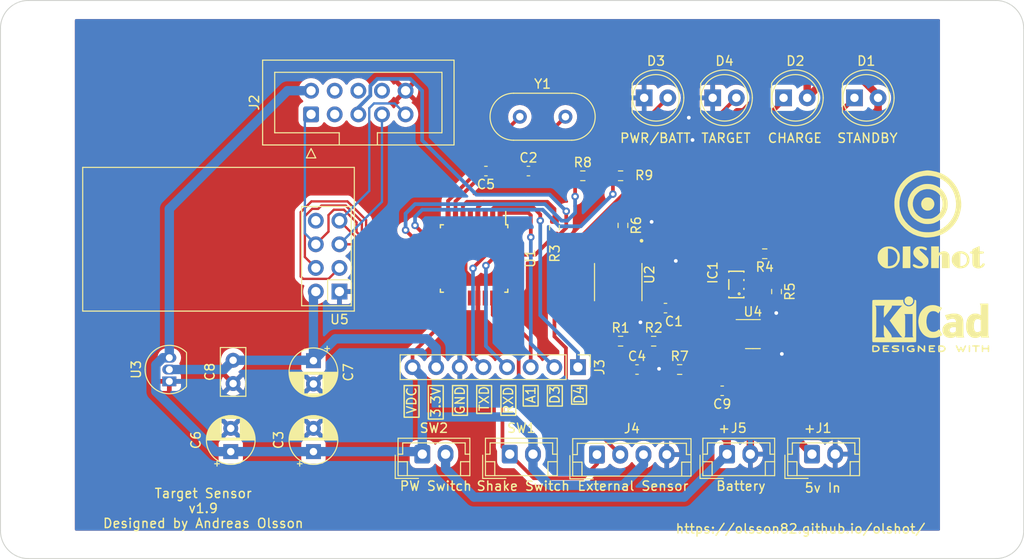
<source format=kicad_pcb>
(kicad_pcb (version 20211014) (generator pcbnew)
  (title_block (title "Target Sensor") (date "2023-02-05") (rev "109") (company "OlsShot"))
  (layers (0 "F.Cu" signal) (31 "B.Cu" signal) (34 "B.Paste" user) (35 "F.Paste" user) (36 "B.SilkS" user "B.Silkscreen") (37 "F.SilkS" user "F.Silkscreen") (38 "B.Mask" user) (39 "F.Mask" user) (44 "Edge.Cuts" user))
  (net 0 "")
  (net 1 "GND")
  (net 2 "+5V")
  (net 3 "/XTAL1")
  (net 4 "+VDC")
  (net 5 "+BATT")
  (net 6 "/XTAL2")
  (net 7 "+3.3V")
  (net 8 "Net-(C9-Pad2)")
  (net 9 "Net-(D1-Pad1)")
  (net 10 "Net-(D2-Pad1)")
  (net 11 "Net-(D3-Pad2)")
  (net 12 "/EXTD5")
  (net 13 "/G1")
  (net 14 "Net-(IC1-Pad2)")
  (net 15 "Net-(IC1-Pad3)")
  (net 18 "/MOSI")
  (net 19 "/RESET")
  (net 21 "/SCK")
  (net 23 "/MISO")
  (net 25 "/D4")
  (net 26 "/D3")
  (net 27 "/A1")
  (net 28 "/RXD")
  (net 29 "/TXD")
  (net 30 "/A0")
  (net 31 "/STBY")
  (net 32 "/CHRG")
  (net 33 "/G2")
  (net 34 "Net-(R6-Pad2)")
  (net 35 "/D6")
  (net 36 "/D5")
  (net 37 "/D7")
  (net 38 "/D8")
  (net 39 "/D9")
  (net 40 "/SS")
  (net 44 "/A2")
  (net 45 "/A3")
  (net 46 "/A4")
  (net 47 "/A5")
  (net 48 "/D2")
  (footprint "Resistor_SMD:R_0603_1608Metric" (layer "F.Cu") (at 138.43 66.294 -90)
    (fp_text reference "R5")
    (fp_text value "1K")
  )
  (footprint "Resistor_SMD:R_0603_1608Metric" (layer "F.Cu") (at 114.554 59.436 90)
    (fp_text reference "R3")
    (fp_text value "100")
  )
  (footprint "Crystal:Crystal_HC18-U_Vertical" (layer "F.Cu") (at 110.834 47.498)
    (fp_text reference "Y1")
    (fp_text value "16MHz")
  )
  (footprint "RF_Module:nRF24L01_Breakout" (layer "F.Cu") (at 91.44 66.294 180)
    (fp_text reference "U5")
    (fp_text value "NRF24L01_Breakout")
  )
  (footprint "Resistor_SMD:R_0603_1608Metric" (layer "F.Cu") (at 137.16 62.23 180)
    (fp_text reference "R4")
    (fp_text value "0 R")
  )
  (footprint "Capacitor_THT:CP_Radial_D5.0mm_P2.50mm" (layer "F.Cu") (at 79.756 83.501112 90)
    (fp_text reference "C6")
    (fp_text value "10 uF")
  )
  (footprint "Package_TO_SOT_THT:TO-92_Inline" (layer "F.Cu") (at 73.152 75.946 90)
    (fp_text reference "U3")
    (fp_text value "MCP1700-3302E" hide)
  )
  (footprint "Resistor_SMD:R_0603_1608Metric" (layer "F.Cu") (at 128.016 74.676)
    (fp_text reference "R7")
    (fp_text value "100")
  )
  (footprint "Capacitor_THT:CP_Radial_D5.0mm_P2.50mm" (layer "F.Cu") (at 88.646 73.724888 -90)
    (fp_text reference "C7")
    (fp_text value "10 uF")
  )
  (footprint "MountingHole:MountingHole_2.5mm" (layer "F.Cu") (at 59 39)
    (fp_text reference "REF**" hide)
    (fp_text value "MountingHole_2.5mm" hide)
  )
  (footprint "Connector_PinHeader_2.54mm:PinHeader_1x08_P2.54mm_Vertical" (layer "F.Cu") (at 117.079 74.422 -90)
    (fp_text reference "J3")
    (fp_text value "Extra")
  )
  (footprint "Connector_JST:JST_EH_B2B-EH-A_1x02_P2.50mm_Vertical" (layer "F.Cu") (at 109.748 83.774)
    (fp_text reference "SW1")
    (fp_text value "Shake Switch" hide)
  )
  (footprint "Loggor:olshot_small" (layer "F.Cu") (at 154.8 59.2)
    (fp_text reference "G***" hide)
    (fp_text value "LOGO" hide)
  )
  (footprint "Resistor_SMD:R_0603_1608Metric" (layer "F.Cu") (at 125.222 71.628)
    (fp_text reference "R2")
    (fp_text value "1K")
  )
  (footprint "Capacitor_THT:CP_Radial_D5.0mm_P2.50mm" (layer "F.Cu") (at 88.646 83.501112 90)
    (fp_text reference "C3")
    (fp_text value "10 uF")
  )
  (footprint "Connector_JST:JST_EH_B2B-EH-A_1x02_P2.50mm_Vertical" (layer "F.Cu") (at 100.35 83.774)
    (fp_text reference "SW2")
    (fp_text value "Power Switch" hide)
  )
  (footprint "MountingHole:MountingHole_2.5mm" (layer "F.Cu") (at 161 39)
    (fp_text reference "REF**" hide)
    (fp_text value "MountingHole_2.5mm" hide)
  )
  (footprint "Resistor_SMD:R_0603_1608Metric" (layer "F.Cu") (at 121.666 71.628)
    (fp_text reference "R1")
    (fp_text value "1K")
  )
  (footprint "TP4056:SOP127P600X175-9N" (layer "F.Cu") (at 121.412 65.278 -90)
    (fp_text reference "U2")
    (fp_text value "TP4056")
  )
  (footprint "Resistor_SMD:R_0603_1608Metric" (layer "F.Cu") (at 121.666 53.848 180)
    (fp_text reference "R9")
    (fp_text value "470")
  )
  (footprint "Package_TO_SOT_SMD:SOT-23-6" (layer "F.Cu") (at 135.89 70.866)
    (fp_text reference "U4")
    (fp_text value "FS8205A")
  )
  (footprint "Connector_JST:JST_EH_B4B-EH-A_1x04_P2.50mm_Vertical" (layer "F.Cu") (at 119.126 83.82)
    (fp_text reference "J4")
    (fp_text value "External Sensor" hide)
  )
  (footprint "Connector_IDC:IDC-Header_2x05_P2.54mm_Vertical" (layer "F.Cu") (at 88.392 47.244 90)
    (fp_text reference "J2")
    (fp_text value "ISPProg")
  )
  (footprint "MountingHole:MountingHole_2.5mm" (layer "F.Cu") (at 161 91)
    (fp_text reference "REF**" hide)
    (fp_text value "MountingHole_2.5mm" hide)
  )
  (footprint "LED_THT:LED_D5.0mm" (layer "F.Cu") (at 124.201 45.466)
    (fp_text reference "D3")
    (fp_text value "PWR/BATT" hide)
  )
  (footprint "Resistor_SMD:R_0603_1608Metric" (layer "F.Cu") (at 121.92 59.182 -90)
    (fp_text reference "R6")
    (fp_text value "10K")
  )
  (footprint "Package_QFP:TQFP-32_7x7mm_P0.8mm" (layer "F.Cu") (at 105.918 62.738 -90)
    (fp_text reference "U1")
    (fp_text value "ATmega328P-AU")
  )
  (footprint "Connector_JST:JST_EH_B2B-EH-A_1x02_P2.50mm_Vertical" (layer "F.Cu") (at 142.24 83.774)
    (fp_text reference "J1")
    (fp_text value "Vin" hide)
  )
  (footprint "LED_THT:LED_D5.0mm" (layer "F.Cu") (at 131.567 45.466)
    (fp_text reference "D4")
    (fp_text value "TARGET" hide)
  )
  (footprint "Capacitor_THT:C_Disc_D5.0mm_W2.5mm_P2.50mm" (layer "F.Cu") (at 80.01 76.18 90)
    (fp_text reference "C8")
    (fp_text value "100nF")
  )
  (footprint "Capacitor_SMD:C_0603_1608Metric" (layer "F.Cu") (at 126.492 68.072 180)
    (fp_text reference "C1")
    (fp_text value "10 uF")
  )
  (footprint "LED_THT:LED_D5.0mm" (layer "F.Cu") (at 146.807 45.466)
    (fp_text reference "D1")
    (fp_text value "STANDBY" hide)
  )
  (footprint "DW01A:SOT23-6" (layer "F.Cu") (at 134.112 65.532 90)
    (property "VALUE" "DW01A")
    (fp_text reference "IC1")
    (fp_text value "DW01A")
  )
  (footprint "Capacitor_SMD:C_0603_1608Metric" (layer "F.Cu") (at 123.431 74.676)
    (fp_text reference "C4")
    (fp_text value "10 uF")
  )
  (footprint "Resistor_SMD:R_0603_1608Metric" (layer "F.Cu") (at 117.602 53.848)
    (fp_text reference "R8")
    (fp_text value "470")
  )
  (footprint "Capacitor_SMD:C_0603_1608Metric" (layer "F.Cu") (at 107.188 53.34 180)
    (fp_text reference "C5")
    (fp_text value "22pF")
  )
  (footprint "Connector_JST:JST_EH_B2B-EH-A_1x02_P2.50mm_Vertical" (layer "F.Cu") (at 133.116 83.774)
    (fp_text reference "J5")
    (fp_text value "Battery" hide)
  )
  (footprint "MountingHole:MountingHole_2.5mm" (layer "F.Cu") (at 59 91)
    (fp_text reference "REF**" hide)
    (fp_text value "MountingHole_2.5mm" hide)
  )
  (footprint "Capacitor_SMD:C_0603_1608Metric" (layer "F.Cu") (at 132.588 76.962 180)
    (fp_text reference "C9")
    (fp_text value "10 uF")
  )
  (footprint "Capacitor_SMD:C_0603_1608Metric" (layer "F.Cu") (at 111.76 53.34)
    (fp_text reference "C2")
    (fp_text value "22pF")
  )
  (footprint "Symbol:KiCad-Logo2_5mm_SilkScreen" (layer "F.Cu") (at 155 69.8)
    (fp_text reference "REF**" hide)
    (fp_text value "KiCad-Logo2_5mm_SilkScreen" hide)
  )
  (footprint "LED_THT:LED_D5.0mm" (layer "F.Cu") (at 139.187 45.466)
    (fp_text reference "D2")
    (fp_text value "CHARGE" hide)
  )
  (gr_rect (start 98.4 76.4) (end 100 79.8) (layer "F.SilkS") (width 0.15) (fill none))
  (gr_rect (start 106.2 76.4) (end 107.8 79.4) (layer "F.SilkS") (width 0.15) (fill none))
  (gr_rect (start 103.6 76.4) (end 105.2 79.6) (layer "F.SilkS") (width 0.15) (fill none))
  (gr_rect (start 101 76.4) (end 102.6 80) (layer "F.SilkS") (width 0.15) (fill none))
  (gr_rect (start 116.4 76.4) (end 118 78.4) (layer "F.SilkS") (width 0.15) (fill none))
  (gr_rect (start 108.8 76.4) (end 110.4 79.6) (layer "F.SilkS") (width 0.15) (fill none))
  (gr_rect (start 111.2 76.4) (end 112.8 78.6) (layer "F.SilkS") (width 0.15) (fill none))
  (gr_rect (start 113.8 76.4) (end 115.4 78.6) (layer "F.SilkS") (width 0.15) (fill none))
  (gr_arc (start 58 95) (mid 55.87868 94.12132) (end 55 92) (layer "Edge.Cuts") (width 0.1))
  (gr_line (start 162 95) (end 58 95) (layer "Edge.Cuts") (width 0.1))
  (gr_arc (start 55 38) (mid 55.87868 35.87868) (end 58 35) (layer "Edge.Cuts") (width 0.1))
  (gr_line (start 165 38) (end 165 92) (layer "Edge.Cuts") (width 0.1))
  (gr_arc (start 162 35) (mid 164.12132 35.87868) (end 165 38) (layer "Edge.Cuts") (width 0.1))
  (gr_line (start 55 92) (end 55 38) (layer "Edge.Cuts") (width 0.1))
  (gr_line (start 58 35) (end 162 35) (layer "Edge.Cuts") (width 0.1))
  (gr_arc (start 165 92) (mid 164.12132 94.12132) (end 162 95) (layer "Edge.Cuts") (width 0.1))
  (gr_text "5v In" (at 143.4 87.4) (layer "F.SilkS") (effects (font (size 1 1))))
  (gr_text "PW Switch" (at 101.8 87.2) (layer "F.SilkS") (effects (font (size 1 1))))
  (gr_text "D3" (at 114.6 77.4 90) (layer "F.SilkS") (effects (font (size 1 1))))
  (gr_text "RXD" (at 109.6 78 90) (layer "F.SilkS") (effects (font (size 1 1))))
  (gr_text "3.3V" (at 101.8 78.2 90) (layer "F.SilkS") (effects (font (size 1 1))))
  (gr_text "+" (at 132.8 81) (layer "F.SilkS") (effects (font (size 1 1))))
  (gr_text "Battery" (at 134.6 87.2) (layer "F.SilkS") (effects (font (size 1 1))))
  (gr_text "External Sensor" (at 123 87.2) (layer "F.SilkS") (effects (font (size 1 1))))
  (gr_text "https://olsson82.github.io/olshot/" (at 141 91.8) (layer "F.SilkS") (effects (font (size 1 1))))
  (gr_text "PWR/BATT" (at 125.4 49.8) (layer "F.SilkS") (effects (font (size 1 1))))
  (gr_text "TARGET" (at 133 49.8) (layer "F.SilkS") (effects (font (size 1 1))))
  (gr_text "Target Sensor\nv1.9\nDesigned by Andreas Olsson" (at 76.8 89.6) (layer "F.SilkS") (effects (font (size 1 1))))
  (gr_text "+" (at 142 81) (layer "F.SilkS") (effects (font (size 1 1))))
  (gr_text "A1" (at 112 77.4 90) (layer "F.SilkS") (effects (font (size 1 1))))
  (gr_text "Shake Switch" (at 111.2 87.2) (layer "F.SilkS") (effects (font (size 1 1))))
  (gr_text "GND" (at 104.4 78 90) (layer "F.SilkS") (effects (font (size 1 1))))
  (gr_text "D4" (at 117.2 77.4 90) (layer "F.SilkS") (effects (font (size 1 1))))
  (gr_text "VDC" (at 99.2 78 90) (layer "F.SilkS") (effects (font (size 1 1))))
  (gr_text "STANDBY" (at 148.2 49.8) (layer "F.SilkS") (effects (font (size 1 1))))
  (gr_text "CHARGE" (at 140.4 49.8) (layer "F.SilkS") (effects (font (size 1 1))))
  (gr_text "TXD" (at 107 77.8 90) (layer "F.SilkS") (effects (font (size 1 1))))
  (segment (start 134.54 68.754) (end 134.54 69.916) (width 0.5) (layer "F.Cu") (net 1))
  (segment (start 105.518 58.488) (end 105.518 60.318) (width 0.5) (layer "F.Cu") (net 1))
  (segment (start 132.812 66.482) (end 132.812 67.026) (width 0.5) (layer "F.Cu") (net 1))
  (segment (start 106.4 60.6) (end 106.8 60.6) (width 0.5) (layer "F.Cu") (net 1))
  (segment (start 132.812 67.026) (end 134.54 68.754) (width 0.5) (layer "F.Cu") (net 1))
  (segment (start 133.363 79.515) (end 135.616 81.768) (width 0.8) (layer "F.Cu") (net 1))
  (segment (start 106.318 66.988) (end 106.318 65.318) (width 0.5) (layer "F.Cu") (net 1))
  (segment (start 104.379 74.422) (end 104.379 72.221) (width 0.5) (layer "F.Cu") (net 1))
  (segment (start 107.118 60.282) (end 107.118 58.488) (width 0.5) (layer "F.Cu") (net 1))
  (segment (start 104.95 64.152082) (end 104.95 63.05) (width 0.5) (layer "F.Cu") (net 1))
  (segment (start 132.776 69.916) (end 134.54 69.916) (width 0.8) (layer "F.Cu") (net 1))
  (segment (start 105.518 60.318) (end 105.8 60.6) (width 0.5) (layer "F.Cu") (net 1))
  (segment (start 135.616 81.768) (end 135.616 83.774) (width 0.8) (layer "F.Cu") (net 1))
  (segment (start 106.318 70.282) (end 106.318 66.988) (width 0.5) (layer "F.Cu") (net 1))
  (segment (start 106.8 60.6) (end 107.118 60.282) (width 0.5) (layer "F.Cu") (net 1))
  (segment (start 105.8 60.6) (end 106.4 60.6) (width 0.5) (layer "F.Cu") (net 1))
  (segment (start 133.363 74.943) (end 131.826 73.406) (width 0.8) (layer "F.Cu") (net 1))
  (segment (start 105.797918 65) (end 104.95 64.152082) (width 0.5) (layer "F.Cu") (net 1))
  (segment (start 106 65) (end 105.797918 65) (width 0.5) (layer "F.Cu") (net 1))
  (segment (start 133.363 76.962) (end 133.363 74.943) (width 0.8) (layer "F.Cu") (net 1))
  (segment (start 106.318 65.318) (end 106 65) (width 0.5) (layer "F.Cu") (net 1))
  (segment (start 133.363 76.962) (end 133.363 79.515) (width 0.8) (layer "F.Cu") (net 1))
  (segment (start 104.379 72.221) (end 106.318 70.282) (width 0.5) (layer "F.Cu") (net 1))
  (segment (start 106.4 61.6) (end 106.4 60.6) (width 0.5) (layer "F.Cu") (net 1))
  (segment (start 131.826 73.406) (end 131.826 70.866) (width 0.8) (layer "F.Cu") (net 1))
  (segment (start 131.826 70.866) (end 132.776 69.916) (width 0.8) (layer "F.Cu") (net 1))
  (segment (start 104.95 63.05) (end 106.4 61.6) (width 0.5) (layer "F.Cu") (net 1))
  (via (at 129 47.6) (size 0.8) (drill 0.4) (layers "F.Cu" "B.Cu") (net 1))
  (via (at 125 58.8) (size 0.8) (drill 0.4) (layers "F.Cu" "B.Cu") (net 1))
  (via (at 139 73) (size 0.8) (drill 0.4) (layers "F.Cu" "B.Cu") (net 1))
  (via (at 138.4 68.6) (size 0.8) (drill 0.4) (layers "F.Cu" "B.Cu") (net 1))
  (via (at 129.4 50) (size 0.8) (drill 0.4) (layers "F.Cu" "B.Cu") (net 1))
  (via (at 123.8 69.6) (size 0.8) (drill 0.4) (layers "F.Cu" "B.Cu") (net 1))
  (via (at 127.6 63) (size 0.8) (drill 0.4) (layers "F.Cu" "B.Cu") (net 1))
  (via (at 125.8 74.6) (size 0.8) (drill 0.4) (layers "F.Cu" "B.Cu") (net 1))
  (segment (start 129 47.6) (end 129 49.6) (width 0.5) (layer "B.Cu") (net 1))
  (segment (start 138.4 68.6) (end 138.4 72.4) (width 0.5) (layer "B.Cu") (net 1))
  (segment (start 123.8 69.6) (end 125.8 71.6) (width 0.5) (layer "B.Cu") (net 1))
  (segment (start 125.8 71.6) (end 125.8 74.6) (width 0.5) (layer "B.Cu") (net 1))
  (segment (start 125 58.8) (end 125 60.4) (width 0.5) (layer "B.Cu") (net 1))
  (segment (start 125 60.4) (end 127.6 63) (width 0.5) (layer "B.Cu") (net 1))
  (segment (start 129 49.6) (end 129.4 50) (width 0.5) (layer "B.Cu") (net 1))
  (segment (start 138.4 72.4) (end 139 73) (width 0.5) (layer "B.Cu") (net 1))
  (segment (start 149.347 45.207) (end 149.347 45.466) (width 0.8) (layer "F.Cu") (net 2))
  (segment (start 123.698 65.278) (end 125.717 67.297) (width 0.8) (layer "F.Cu") (net 2))
  (segment (start 115.57 63.5) (end 115.57 64.77) (width 0.8) (layer "F.Cu") (net 2))
  (segment (start 119.507 62.803) (end 119.507 61.341) (width 0.8) (layer "F.Cu") (net 2))
  (segment (start 134.203918 46.966) (end 134.898 46.966) (width 0.8) (layer "F.Cu") (net 2))
  (segment (start 118.872 60.706) (end 118.364 60.706) (width 0.8) (layer "F.Cu") (net 2))
  (segment (start 121.412 65.278) (end 123.698 65.278) (width 0.8) (layer "F.Cu") (net 2))
  (segment (start 145.029 42.164) (end 146.304 42.164) (width 0.8) (layer "F.Cu") (net 2))
  (segment (start 137.16 44.704) (end 137.16 43.434) (width 0.8) (layer "F.Cu") (net 2))
  (segment (start 140.462 81.996) (end 142.24 83.774) (width 0.8) (layer "F.Cu") (net 2))
  (segment (start 123.698 65.278) (end 123.698 64.530925) (width 0.8) (layer "F.Cu") (net 2))
  (segment (start 123.636 68.072) (end 123.317 67.753) (width 0.5) (layer "F.Cu") (net 2))
  (segment (start 115.57 64.77) (end 116.078 65.278) (width 0.8) (layer "F.Cu") (net 2))
  (segment (start 116.078 65.278) (end 121.412 65.278) (width 0.8) (layer "F.Cu") (net 2))
  (segment (start 140.462 55.626) (end 140.462 81.996) (width 0.8) (layer "F.Cu") (net 2))
  (segment (start 146.304 42.164) (end 149.347 45.207) (width 0.8) (layer "F.Cu") (net 2))
  (segment (start 149.347 45.466) (end 149.347 46.741) (width 0.8) (layer "F.Cu") (net 2))
  (segment (start 134.898 46.966) (end 137.16 44.704) (width 0.8) (layer "F.Cu") (net 2))
  (segment (start 140.208 42.418) (end 141.727 43.937) (width 0.8) (layer "F.Cu") (net 2))
  (segment (start 118.364 60.706) (end 115.57 63.5) (width 0.8) (layer "F.Cu") (net 2))
  (segment (start 149.347 46.741) (end 140.462 55.626) (width 0.8) (layer "F.Cu") (net 2))
  (segment (start 128.182 52.987918) (end 134.203918 46.966) (width 0.8) (layer "F.Cu") (net 2))
  (segment (start 137.16 43.434) (end 138.176 42.418) (width 0.8) (layer "F.Cu") (net 2))
  (segment (start 125.717 67.297) (end 125.717 68.072) (width 0.8) (layer "F.Cu") (net 2))
  (segment (start 119.507 61.341) (end 118.872 60.706) (width 0.8) (layer "F.Cu") (net 2))
  (segment (start 128.182 60.046925) (end 128.182 52.987918) (width 0.8) (layer "F.Cu") (net 2))
  (segment (start 141.727 43.937) (end 141.727 45.466) (width 0.8) (layer "F.Cu") (net 2))
  (segment (start 123.698 64.530925) (end 128.182 60.046925) (width 0.8) (layer "F.Cu") (net 2))
  (segment (start 125.717 68.072) (end 123.636 68.072) (width 0.5) (layer "F.Cu") (net 2))
  (segment (start 141.727 45.466) (end 145.029 42.164) (width 0.8) (layer "F.Cu") (net 2))
  (segment (start 138.176 42.418) (end 140.208 42.418) (width 0.8) (layer "F.Cu") (net 2))
  (segment (start 103.918 56.596028) (end 106.158028 54.356) (width 0.4) (layer "F.Cu") (net 3))
  (segment (start 109.969 54.356) (end 110.985 53.34) (width 0.4) (layer "F.Cu") (net 3))
  (segment (start 103.918 58.488) (end 103.918 56.596028) (width 0.4) (layer "F.Cu") (net 3))
  (segment (start 110.985 50.813) (end 110.985 53.34) (width 0.4) (layer "F.Cu") (net 3))
  (segment (start 114.21 49.022) (end 112.776 49.022) (width 0.4) (layer "F.Cu") (net 3))
  (segment (start 112.776 49.022) (end 110.985 50.813) (width 0.4) (layer "F.Cu") (net 3))
  (segment (start 115.734 47.498) (end 114.21 49.022) (width 0.4) (layer "F.Cu") (net 3))
  (segment (start 106.158028 54.356) (end 109.969 54.356) (width 0.4) (layer "F.Cu") (net 3))
  (segment (start 104.718 58.488) (end 104.718 57.08) (width 0.4) (layer "F.Cu") (net 4))
  (segment (start 103.918 68.294) (end 99.299 72.913) (width 0.4) (layer "F.Cu") (net 4))
  (segment (start 104.718 61.144) (end 104.718 58.488) (width 0.4) (layer "F.Cu") (net 4))
  (segment (start 99.299 72.913) (end 99.299 74.422) (width 0.4) (layer "F.Cu") (net 4))
  (segment (start 104.718 57.08) (end 105.156 56.642) (width 0.4) (layer "F.Cu") (net 4))
  (segment (start 106.934 56.642) (end 113.792 56.642) (width 0.4) (layer "F.Cu") (net 4))
  (segment (start 103.918 66.988) (end 103.918 61.944) (width 0.4) (layer "F.Cu") (net 4))
  (segment (start 113.792 56.642) (end 114.554 57.404) (width 0.4) (layer "F.Cu") (net 4))
  (segment (start 114.554 57.404) (end 114.554 58.611) (width 0.4) (layer "F.Cu") (net 4))
  (segment (start 103.918 66.988) (end 103.918 68.294) (width 0.4) (layer "F.Cu") (net 4))
  (segment (start 105.156 56.642) (end 106.934 56.642) (width 0.4) (layer "F.Cu") (net 4))
  (segment (start 106.318 58.488) (end 106.318 57.258) (width 0.4) (layer "F.Cu") (net 4))
  (segment (start 103.918 61.944) (end 104.718 61.144) (width 0.4) (layer "F.Cu") (net 4))
  (segment (start 106.318 57.258) (end 106.934 56.642) (width 0.4) (layer "F.Cu") (net 4))
  (segment (start 100.35 79.776) (end 100.35 78.506) (width 1) (layer "B.Cu") (net 4))
  (segment (start 100.35 83.774) (end 100.35 79.776) (width 1) (layer "B.Cu") (net 4))
  (segment (start 100.35 78.506) (end 100.35 75.473) (width 1) (layer "B.Cu") (net 4))
  (segment (start 73.152 57.404) (end 85.852 44.704) (width 1) (layer "B.Cu") (net 4))
  (segment (start 100.35 83.774) (end 100.077112 83.501112) (width 1) (layer "B.Cu") (net 4))
  (segment (start 73.152 73.406) (end 72.464588 73.406) (width 1) (layer "B.Cu") (net 4))
  (segment (start 71.702 74.168588) (end 71.702 77.036) (width 1) (layer "B.Cu") (net 4))
  (segment (start 100.35 79.776) (end 110.002 79.776) (width 1) (layer "B.Cu") (net 4))
  (segment (start 85.852 44.704) (end 88.392 44.704) (width 1) (layer "B.Cu") (net 4))
  (segment (start 88.646 83.501112) (end 79.756 83.501112) (width 1) (layer "B.Cu") (net 4))
  (segment (start 78.167112 83.501112) (end 79.756 83.501112) (width 1) (layer "B.Cu") (net 4))
  (segment (start 112.248 85.324) (end 114.046 87.122) (width 1) (layer "B.Cu") (net 4))
  (segment (start 112.248 83.774) (end 112.248 85.324) (width 1) (layer "B.Cu") (net 4))
  (segment (start 124.126 84.916) (end 124.126 83.82) (width 1) (layer "B.Cu") (net 4))
  (segment (start 73.152 73.406) (end 73.152 57.404) (width 1) (layer "B.Cu") (net 4))
  (segment (start 110.002 79.776) (end 112.248 82.022) (width 1) (layer "B.Cu") (net 4))
  (segment (start 114.046 87.122) (end 121.92 87.122) (width 1) (layer "B.Cu") (net 4))
  (segment (start 121.92 87.122) (end 124.126 84.916) (width 1) (layer "B.Cu") (net 4))
  (segment (start 100.077112 83.501112) (end 88.646 83.501112) (width 1) (layer "B.Cu") (net 4))
  (segment (start 72.464588 73.406) (end 71.702 74.168588) (width 1) (layer "B.Cu") (net 4))
  (segment (start 71.702 77.036) (end 78.167112 83.501112) (width 1) (layer "B.Cu") (net 4))
  (segment (start 112.248 82.022) (end 112.248 83.774) (width 1) (layer "B.Cu") (net 4))
  (segment (start 100.35 75.473) (end 99.299 74.422) (width 1) (layer "B.Cu") (net 4))
  (segment (start 120.904 74.676) (end 122.656 74.676) (width 0.8) (layer "F.Cu") (net 5))
  (segment (start 124.46 79.502) (end 130.302 79.502) (width 0.8) (layer "F.Cu") (net 5))
  (segment (start 122.656 74.676) (end 122.656 77.698) (width 0.8) (layer "F.Cu") (net 5))
  (segment (start 130.302 79.502) (end 133.116 82.316) (width 0.8) (layer "F.Cu") (net 5))
  (segment (start 119.507 73.279) (end 120.904 74.676) (width 0.8) (layer "F.Cu") (net 5))
  (segment (start 130.302 79.502) (end 127.191 76.391) (width 0.8) (layer "F.Cu") (net 5))
  (segment (start 122.656 77.698) (end 124.46 79.502) (width 0.8) (layer "F.Cu") (net 5))
  (segment (start 119.507 67.753) (end 119.507 73.279) (width 0.8) (layer "F.Cu") (net 5))
  (segment (start 133.116 82.316) (end 133.116 83.774) (width 0.8) (layer "F.Cu") (net 5))
  (segment (start 127.191 76.391) (end 127.191 74.676) (width 0.8) (layer "F.Cu") (net 5))
  (segment (start 105.918 88.392) (end 128.498 88.392) (width 1) (layer "B.Cu") (net 5))
  (segment (start 102.85 83.774) (end 102.85 85.324) (width 1) (layer "B.Cu") (net 5))
  (segment (start 102.85 85.324) (end 105.918 88.392) (width 1) (layer "B.Cu") (net 5))
  (segment (start 128.498 88.392) (end 133.116 83.774) (width 1) (layer "B.Cu") (net 5))
  (segment (start 103.118 56.5475) (end 106.3255 53.34) (width 0.4) (layer "F.Cu") (net 6))
  (segment (start 106.3255 52.0065) (end 106.3255 53.34) (width 0.4) (layer "F.Cu") (net 6))
  (segment (start 103.118 58.488) (end 103.118 56.5475) (width 0.4) (layer "F.Cu") (net 6))
  (segment (start 110.834 47.498) (end 106.3255 52.0065) (width 0.4) (layer "F.Cu") (net 6))
  (segment (start 88.646 73.724888) (end 88.646 66.548) (width 1) (layer "B.Cu") (net 7))
  (segment (start 100.838 71.374) (end 101.839 72.375) (width 1) (layer "B.Cu") (net 7))
  (segment (start 88.646 66.548) (end 88.9 66.294) (width 1) (layer "B.Cu") (net 7))
  (segment (start 88.646 73.724888) (end 90.996888 71.374) (width 1) (layer "B.Cu") (net 7))
  (segment (start 73.152 74.676) (end 79.014 74.676) (width 1) (layer "B.Cu") (net 7))
  (segment (start 101.839 72.375) (end 101.839 74.422) (width 1) (layer "B.Cu") (net 7))
  (segment (start 88.601112 73.68) (end 88.646 73.724888) (width 1) (layer "B.Cu") (net 7))
  (segment (start 80.01 73.68) (end 88.601112 73.68) (width 1) (layer "B.Cu") (net 7))
  (segment (start 90.996888 71.374) (end 100.838 71.374) (width 1) (layer "B.Cu") (net 7))
  (segment (start 79.014 74.676) (end 80.01 73.68) (width 1) (layer "B.Cu") (net 7))
  (segment (start 129.286 76.962) (end 128.841 76.517) (width 0.8) (layer "F.Cu") (net 8))
  (segment (start 128.841 76.517) (end 128.841 74.676) (width 0.8) (layer "F.Cu") (net 8))
  (segment (start 132.812 65.532) (end 131.412 65.532) (width 0.8) (layer "F.Cu") (net 8))
  (segment (start 130.644 66.3) (end 130.644 72.873) (width 0.8) (layer "F.Cu") (net 8))
  (segment (start 131.813 76.962) (end 129.286 76.962) (width 0.8) (layer "F.Cu") (net 8))
  (segment (start 130.644 72.873) (end 128.841 74.676) (width 0.8) (layer "F.Cu") (net 8))
  (segment (start 131.412 65.532) (end 130.644 66.3) (width 0.8) (layer "F.Cu") (net 8))
  (segment (start 122.491 71.628) (end 122.491 71.691) (width 0.5) (layer "F.Cu") (net 9))
  (segment (start 129.794 69.275239) (end 129.794 53.594) (width 0.5) (layer "F.Cu") (net 9))
  (segment (start 133.604 49.784) (end 142.489 49.784) (width 0.5) (layer "F.Cu") (net 9))
  (segment (start 125.917239 73.152) (end 129.794 69.275239) (width 0.5) (layer "F.Cu") (net 9))
  (segment (start 129.794 53.594) (end 133.604 49.784) (width 0.5) (layer "F.Cu") (net 9))
  (segment (start 123.952 73.152) (end 125.917239 73.152) (width 0.5) (layer "F.Cu") (net 9))
  (segment (start 142.489 49.784) (end 146.807 45.466) (width 0.5) (layer "F.Cu") (net 9))
  (segment (start 122.491 71.691) (end 123.952 73.152) (width 0.5) (layer "F.Cu") (net 9))
  (segment (start 135.89 49.022) (end 139.187 45.725) (width 0.5) (layer "F.Cu") (net 10))
  (segment (start 133.35 49.022) (end 135.89 49.022) (width 0.5) (layer "F.Cu") (net 10))
  (segment (start 129.032 53.34) (end 133.35 49.022) (width 0.5) (layer "F.Cu") (net 10))
  (segment (start 139.187 45.725) (end 139.187 45.466) (width 0.5) (layer "F.Cu") (net 10))
  (segment (start 129.032 53.34) (end 129.032 68.834) (width 0.5) (layer "F.Cu") (net 10))
  (segment (start 129.032 68.834) (end 126.238 71.628) (width 0.5) (layer "F.Cu") (net 10))
  (segment (start 126.238 71.628) (end 126.047 71.628) (width 0.5) (layer "F.Cu") (net 10))
  (segment (start 118.427 52.515) (end 118.427 53.848) (width 0.4) (layer "F.Cu") (net 11))
  (segment (start 120.645 51.562) (end 119.38 51.562) (width 0.4) (layer "F.Cu") (net 11))
  (segment (start 126.741 45.466) (end 120.645 51.562) (width 0.4) (layer "F.Cu") (net 11))
  (segment (start 119.38 51.562) (end 118.427 52.515) (width 0.4) (layer "F.Cu") (net 11))
  (segment (start 130.551 49.022) (end 125.73 49.022) (width 0.4) (layer "F.Cu") (net 12))
  (segment (start 122.491 53.848) (end 122.491 55.298371) (width 0.4) (layer "F.Cu") (net 12))
  (segment (start 114.554 63.235371) (end 114.554 71.12) (width 0.4) (layer "F.Cu") (net 12))
  (segment (start 115.789 77.983) (end 121.626 83.82) (width 0.4) (layer "F.Cu") (net 12))
  (segment (start 122.491 55.298371) (end 114.554 63.235371) (width 0.4) (layer "F.Cu") (net 12))
  (segment (start 122.491 52.261) (end 122.491 53.848) (width 0.4) (layer "F.Cu") (net 12))
  (segment (start 114.554 71.12) (end 115.789 72.355) (width 0.4) (layer "F.Cu") (net 12))
  (segment (start 115.789 72.355) (end 115.789 77.983) (width 0.4) (layer "F.Cu") (net 12))
  (segment (start 134.107 45.466) (end 130.551 49.022) (width 0.4) (layer "F.Cu") (net 12))
  (segment (start 125.73 49.022) (end 122.491 52.261) (width 0.4) (layer "F.Cu") (net 12))
  (segment (start 137.24 68.914) (end 137.24 69.916) (width 0.5) (layer "F.Cu") (net 13))
  (segment (start 135.412 66.482) (end 135.412 67.086) (width 0.5) (layer "F.Cu") (net 13))
  (segment (start 135.412 67.086) (end 137.24 68.914) (width 0.5) (layer "F.Cu") (net 13))
  (segment (start 138.367 65.532) (end 138.43 65.469) (width 0.5) (layer "F.Cu") (net 14))
  (segment (start 135.412 65.532) (end 138.367 65.532) (width 0.5) (layer "F.Cu") (net 14))
  (segment (start 135.412 64.582) (end 135.412 63.153) (width 0.5) (layer "F.Cu") (net 15))
  (segment (start 135.412 63.153) (end 136.335 62.23) (width 0.5) (layer "F.Cu") (net 15))
  (segment (start 90.265 59.849) (end 90.265 58.071) (width 0.25) (layer "F.Cu") (net 18))
  (segment (start 90.837 57.499) (end 91.926701 57.499) (width 0.25) (layer "F.Cu") (net 18))
  (segment (start 94.684 63.313604) (end 96.108396 64.738) (width 0.25) (layer "F.Cu") (net 18))
  (segment (start 90.265 58.071) (end 90.837 57.499) (width 0.25) (layer "F.Cu") (net 18))
  (segment (start 93.282198 58.854497) (end 93.282198 59.879802) (width 0.25) (layer "F.Cu") (net 18))
  (segment (start 91.926701 57.499) (end 93.282198 58.854497) (width 0.25) (layer "F.Cu") (net 18))
  (segment (start 93.282198 59.879802) (end 94.684 61.281604) (width 0.25) (layer "F.Cu") (net 18))
  (segment (start 96.108396 64.738) (end 101.668 64.738) (width 0.25) (layer "F.Cu") (net 18))
  (segment (start 88.9 61.214) (end 90.265 59.849) (width 0.25) (layer "F.Cu") (net 18))
  (segment (start 94.684 61.281604) (end 94.684 63.313604) (width 0.25) (layer "F.Cu") (net 18))
  (segment (start 87.725 60.039) (end 87.725 47.911) (width 0.25) (layer "B.Cu") (net 18))
  (segment (start 88.9 61.214) (end 87.725 60.039) (width 0.25) (layer "B.Cu") (net 18))
  (segment (start 87.725 47.911) (end 88.392 47.244) (width 0.25) (layer "B.Cu") (net 18))
  (segment (start 114.554 60.261) (end 114.999 60.261) (width 0.4) (layer "F.Cu") (net 19))
  (segment (start 112.477 62.338) (end 114.554 60.261) (width 0.4) (layer "F.Cu") (net 19))
  (segment (start 114.999 60.261) (end 115.824 59.436) (width 0.4) (layer "F.Cu") (net 19))
  (segment (start 110.168 62.338) (end 112.477 62.338) (width 0.4) (layer "F.Cu") (net 19))
  (segment (start 115.824 59.436) (end 115.824 57.658) (width 0.4) (layer "F.Cu") (net 19))
  (via (at 115.824 57.658) (size 0.8) (drill 0.4) (layers "F.Cu" "B.Cu") (net 19))
  (segment (start 93.472 47.244) (end 93.472 46.511767) (width 0.4) (layer "B.Cu") (net 19))
  (segment (start 105.918 55.626) (end 106.172 55.88) (width 0.4) (layer "B.Cu") (net 19))
  (segment (start 99.049767 43.434) (end 100.33 44.714233) (width 0.4) (layer "B.Cu") (net 19))
  (segment (start 114.046 55.88) (end 115.824 57.658) (width 0.4) (layer "B.Cu") (net 19))
  (segment (start 95.514233 43.434) (end 99.049767 43.434) (width 0.4) (layer "B.Cu") (net 19))
  (segment (start 94.762 45.221767) (end 94.762 44.186233) (width 0.4) (layer "B.Cu") (net 19))
  (segment (start 106.172 55.88) (end 111.506 55.88) (width 0.4) (layer "B.Cu") (net 19))
  (segment (start 100.33 48.768) (end 100.33 50.038) (width 0.4) (layer "B.Cu") (net 19))
  (segment (start 94.762 44.186233) (end 95.514233 43.434) (width 0.4) (layer "B.Cu") (net 19))
  (segment (start 100.33 50.038) (end 105.918 55.626) (width 0.4) (layer "B.Cu") (net 19))
  (segment (start 93.472 46.511767) (end 94.762 45.221767) (width 0.4) (layer "B.Cu") (net 19))
  (segment (start 100.33 44.714233) (end 100.33 48.768) (width 0.4) (layer "B.Cu") (net 19))
  (segment (start 111.506 55.88) (end 114.046 55.88) (width 0.4) (layer "B.Cu") (net 19))
  (segment (start 93.218 61.214) (end 93.726 61.722) (width 0.25) (layer "F.Cu") (net 21))
  (segment (start 93.726 63.628396) (end 97.085604 66.988) (width 0.25) (layer "F.Cu") (net 21))
  (segment (start 91.44 61.214) (end 93.218 61.214) (width 0.25) (layer "F.Cu") (net 21))
  (segment (start 97.085604 66.988) (end 103.118 66.988) (width 0.25) (layer "F.Cu") (net 21))
  (segment (start 93.726 61.722) (end 93.726 63.628396) (width 0.25) (layer "F.Cu") (net 21))
  (segment (start 96.012 56.642) (end 91.44 61.214) (width 0.25) (layer "B.Cu") (net 21))
  (segment (start 96.012 47.244) (end 96.012 56.642) (width 0.25) (layer "B.Cu") (net 21))
  (segment (start 91.44 58.674) (end 94.234 61.468) (width 0.25) (layer "F.Cu") (net 23))
  (segment (start 94.234 61.468) (end 94.234 63.5) (width 0.25) (layer "F.Cu") (net 23))
  (segment (start 96.272 65.538) (end 101.668 65.538) (width 0.25) (layer "F.Cu") (net 23))
  (segment (start 94.234 63.5) (end 96.272 65.538) (width 0.25) (layer "F.Cu") (net 23))
  (segment (start 97.377 46.069) (end 95.154999 46.069) (width 0.25) (layer "B.Cu") (net 23))
  (segment (start 94.647 46.576999) (end 94.647 55.467) (width 0.25) (layer "B.Cu") (net 23))
  (segment (start 98.552 47.244) (end 97.377 46.069) (width 0.25) (layer "B.Cu") (net 23))
  (segment (start 95.154999 46.069) (end 94.647 46.576999) (width 0.25) (layer "B.Cu") (net 23))
  (segment (start 94.647 55.467) (end 91.44 58.674) (width 0.25) (layer "B.Cu") (net 23))
  (segment (start 108.089 57.242) (end 112.268 57.242) (width 0.4) (layer "F.Cu") (net 25))
  (segment (start 107.918 57.413) (end 108.089 57.242) (width 0.4) (layer "F.Cu") (net 25))
  (segment (start 112.268 57.242) (end 113.03 58.004) (width 0.4) (layer "F.Cu") (net 25))
  (segment (start 107.918 58.488) (end 107.918 57.413) (width 0.4) (layer "F.Cu") (net 25))
  (segment (start 113.03 58.004) (end 113.03 58.674) (width 0.4) (layer "F.Cu") (net 25))
  (via (at 113.03 58.674) (size 0.8) (drill 0.4) (layers "F.Cu" "B.Cu") (net 25))
  (segment (start 113.03 58.674) (end 113.03 68.834) (width 0.4) (layer "B.Cu") (net 25))
  (segment (start 117.079 72.883) (end 117.079 74.422) (width 0.4) (layer "B.Cu") (net 25))
  (segment (start 113.03 68.834) (end 117.079 72.883) (width 0.4) (layer "B.Cu") (net 25))
  (segment (start 108.782 57.842) (end 111.76 57.842) (width 0.4) (layer "F.Cu") (net 26))
  (segment (start 111.76 57.842) (end 112.014 58.096) (width 0.4) (layer "F.Cu") (net 26))
  (segment (start 108.718 57.906) (end 108.782 57.842) (width 0.4) (layer "F.Cu") (net 26))
  (segment (start 112.014 58.096) (end 112.014 60.452) (width 0.4) (layer "F.Cu") (net 26))
  (segment (start 108.718 58.488) (end 108.718 57.906) (width 0.4) (layer "F.Cu") (net 26))
  (via (at 112.014 60.452) (size 0.8) (drill 0.4) (layers "F.Cu" "B.Cu") (net 26))
  (segment (start 112.014 71.897) (end 114.539 74.422) (width 0.4) (layer "B.Cu") (net 26))
  (segment (start 112.014 60.452) (end 112.014 71.897) (width 0.4) (layer "B.Cu") (net 26))
  (segment (start 108.718 68.332) (end 111.999 71.613) (width 0.4) (layer "F.Cu") (net 27))
  (segment (start 111.999 71.613) (end 111.999 74.422) (width 0.4) (layer "F.Cu") (net 27))
  (segment (start 108.718 66.988) (end 108.718 68.332) (width 0.4) (layer "F.Cu") (net 27))
  (segment (start 110.168 61.538) (end 109.15 61.538) (width 0.4) (layer "F.Cu") (net 28))
  (segment (start 109.15 61.538) (end 107.188 63.5) (width 0.4) (layer "F.Cu") (net 28))
  (via (at 107.188 63.5) (size 0.8) (drill 0.4) (layers "F.Cu" "B.Cu") (net 28))
  (segment (start 107.188 72.151) (end 107.188 63.5) (width 0.4) (layer "B.Cu") (net 28))
  (segment (start 109.459 74.422) (end 107.188 72.151) (width 0.4) (layer "B.Cu") (net 28))
  (segment (start 108.818629 60.738) (end 110.168 60.738) (width 0.4) (layer "F.Cu") (net 29))
  (segment (start 105.8 63.8) (end 105.8 63.756629) (width 0.4) (layer "F.Cu") (net 29))
  (segment (start 105.8 63.756629) (end 108.818629 60.738) (width 0.4) (layer "F.Cu") (net 29))
  (via (at 105.8 63.8) (size 0.8) (drill 0.4) (layers "F.Cu" "B.Cu") (net 29))
  (segment (start 105.8 73.303) (end 106.919 74.422) (width 0.4) (layer "B.Cu") (net 29))
  (segment (start 105.8 63.8) (end 105.8 73.303) (width 0.4) (layer "B.Cu") (net 29))
  (segment (start 112.334 86.36) (end 117.602 86.36) (width 0.4) (layer "F.Cu") (net 30))
  (segment (start 119.126 84.836) (end 119.126 83.82) (width 0.4) (layer "F.Cu") (net 30))
  (segment (start 108.966 77.47) (end 108.966 82.992) (width 0.4) (layer "F.Cu") (net 30))
  (segment (start 109.748 83.774) (end 112.334 86.36) (width 0.4) (layer "F.Cu") (net 30))
  (segment (start 110.709 71.593) (end 110.709 75.727) (width 0.4) (layer "F.Cu") (net 30))
  (segment (start 107.918 66.988) (end 107.918 68.802) (width 0.4) (layer "F.Cu") (net 30))
  (segment (start 110.709 75.727) (end 108.966 77.47) (width 0.4) (layer "F.Cu") (net 30))
  (segment (start 107.918 68.802) (end 110.709 71.593) (width 0.4) (layer "F.Cu") (net 30))
  (segment (start 117.602 86.36) (end 119.126 84.836) (width 0.4) (layer "F.Cu") (net 30))
  (segment (start 108.966 82.992) (end 109.748 83.774) (width 0.4) (layer "F.Cu") (net 30))
  (segment (start 120.841 71.628) (end 120.841 67.817) (width 0.4) (layer "F.Cu") (net 31))
  (segment (start 120.841 67.817) (end 120.777 67.753) (width 0.4) (layer "F.Cu") (net 31))
  (segment (start 122.047 69.278) (end 124.397 71.628) (width 0.4) (layer "F.Cu") (net 32))
  (segment (start 122.047 67.753) (end 122.047 69.278) (width 0.4) (layer "F.Cu") (net 32))
  (segment (start 138.684 62.23) (end 137.985 62.23) (width 0.5) (layer "F.Cu") (net 33))
  (segment (start 139.446 62.992) (end 138.684 62.23) (width 0.5) (layer "F.Cu") (net 33))
  (segment (start 137.24 71.816) (end 138.52 71.816) (width 0.5) (layer "F.Cu") (net 33))
  (segment (start 139.446 70.89) (end 139.446 62.992) (width 0.5) (layer "F.Cu") (net 33))
  (segment (start 138.52 71.816) (end 139.446 70.89) (width 0.5) (layer "F.Cu") (net 33))
  (segment (start 122.047 62.803) (end 122.047 60.134) (width 0.5) (layer "F.Cu") (net 34))
  (segment (start 122.047 60.134) (end 121.92 60.007) (width 0.5) (layer "F.Cu") (net 34))
  (segment (start 116.777 53.848) (end 116.777 56.071) (width 0.4) (layer "F.Cu") (net 35))
  (segment (start 98.552 59.69) (end 99.6 60.738) (width 0.4) (layer "F.Cu") (net 35))
  (segment (start 99.6 60.738) (end 101.668 60.738) (width 0.4) (layer "F.Cu") (net 35))
  (via (at 98.552 59.69) (size 0.8) (drill 0.4) (layers "F.Cu" "B.Cu") (net 35))
  (via (at 116.777 56.071) (size 0.8) (drill 0.4) (layers "F.Cu" "B.Cu") (net 35))
  (segment (start 99.568 56.896) (end 98.552 57.912) (width 0.4) (layer "B.Cu") (net 35))
  (segment (start 115.939371 58.674) (end 115.316 58.674) (width 0.4) (layer "B.Cu") (net 35))
  (segment (start 116.777 56.071) (end 116.777 57.836371) (width 0.4) (layer "B.Cu") (net 35))
  (segment (start 113.538 56.896) (end 100.33 56.896) (width 0.4) (layer "B.Cu") (net 35))
  (segment (start 115.316 58.674) (end 113.538 56.896) (width 0.4) (layer "B.Cu") (net 35))
  (segment (start 116.777 57.836371) (end 115.939371 58.674) (width 0.4) (layer "B.Cu") (net 35))
  (segment (start 98.552 57.912) (end 98.552 59.69) (width 0.4) (layer "B.Cu") (net 35))
  (segment (start 100.33 56.896) (end 99.568 56.896) (width 0.4) (layer "B.Cu") (net 35))
  (segment (start 101.662 59.944) (end 101.668 59.938) (width 0.4) (layer "F.Cu") (net 36))
  (segment (start 100.33 59.944) (end 101.662 59.944) (width 0.4) (layer "F.Cu") (net 36))
  (segment (start 99.568 59.182) (end 100.33 59.944) (width 0.4) (layer "F.Cu") (net 36))
  (segment (start 120.841 53.848) (end 120.841 55.817) (width 0.4) (layer "F.Cu") (net 36))
  (via (at 99.568 59.182) (size 0.8) (drill 0.4) (layers "F.Cu" "B.Cu") (net 36))
  (via (at 120.841 55.817) (size 0.8) (drill 0.4) (layers "F.Cu" "B.Cu") (net 36))
  (segment (start 99.568 58.258) (end 99.568 59.182) (width 0.4) (layer "B.Cu") (net 36))
  (segment (start 113.289472 57.496) (end 100.33 57.496) (width 0.4) (layer "B.Cu") (net 36))
  (segment (start 115.067472 59.274) (end 114.129736 58.336264) (width 0.4) (layer "B.Cu") (net 36))
  (segment (start 117.384 59.274) (end 115.067472 59.274) (width 0.4) (layer "B.Cu") (net 36))
  (segment (start 100.33 57.496) (end 99.568 58.258) (width 0.4) (layer "B.Cu") (net 36))
  (segment (start 114.129736 58.336264) (end 113.289472 57.496) (width 0.4) (layer "B.Cu") (net 36))
  (segment (start 120.841 55.817) (end 117.384 59.274) (width 0.4) (layer "B.Cu") (net 36))
  (segment (start 95.584 60.715604) (end 95.584 62.738) (width 0.25) (layer "F.Cu") (net 39))
  (segment (start 95.984 63.138) (end 101.668 63.138) (width 0.25) (layer "F.Cu") (net 39))
  (segment (start 91.44 63.754) (end 90.265 64.929) (width 0.25) (layer "F.Cu") (net 39))
  (segment (start 94.304396 59.436) (end 95.584 60.715604) (width 0.25) (layer "F.Cu") (net 39))
  (segment (start 87.275 64.669) (end 87.275 57.759) (width 0.25) (layer "F.Cu") (net 39))
  (segment (start 90.265 64.929) (end 87.535 64.929) (width 0.25) (layer "F.Cu") (net 39))
  (segment (start 95.584 62.738) (end 95.984 63.138) (width 0.25) (layer "F.Cu") (net 39))
  (segment (start 88.435 56.599) (end 92.299493 56.599) (width 0.25) (layer "F.Cu") (net 39))
  (segment (start 87.535 64.929) (end 87.275 64.669) (width 0.25) (layer "F.Cu") (net 39))
  (segment (start 87.275 57.759) (end 88.435 56.599) (width 0.25) (layer "F.Cu") (net 39))
  (segment (start 92.299493 56.599) (end 94.304396 58.603903) (width 0.25) (layer "F.Cu") (net 39))
  (segment (start 94.304396 58.603903) (end 94.304396 59.436) (width 0.25) (layer "F.Cu") (net 39))
  (segment (start 93.854396 58.790299) (end 93.854396 59.815604) (width 0.25) (layer "F.Cu") (net 40))
  (segment (start 95.134 63.127208) (end 95.944792 63.938) (width 0.25) (layer "F.Cu") (net 40))
  (segment (start 95.944792 63.938) (end 101.668 63.938) (width 0.25) (layer "F.Cu") (net 40))
  (segment (start 87.725 62.579) (end 87.725 58.187299) (width 0.25) (layer "F.Cu") (net 40))
  (segment (start 89.509 57.049) (end 92.113097 57.049) (width 0.25) (layer "F.Cu") (net 40))
  (segment (start 87.725 58.187299) (end 88.508299 57.404) (width 0.25) (layer "F.Cu") (net 40))
  (segment (start 95.134 61.095208) (end 95.134 63.127208) (width 0.25) (layer "F.Cu") (net 40))
  (segment (start 92.113097 57.049) (end 93.854396 58.790299) (width 0.25) (layer "F.Cu") (net 40))
  (segment (start 88.508299 57.404) (end 89.154 57.404) (width 0.25) (layer "F.Cu") (net 40))
  (segment (start 88.9 63.754) (end 87.725 62.579) (width 0.25) (layer "F.Cu") (net 40))
  (segment (start 89.154 57.404) (end 89.509 57.049) (width 0.25) (layer "F.Cu") (net 40))
  (segment (start 93.854396 59.815604) (end 95.134 61.095208) (width 0.25) (layer "F.Cu") (net 40))
  (zone (net 1) (net_name "GND") (layer "F.Cu") (connect_pads (clearance 0.508)) (min_thickness 0.254) (fill yes (thermal_gap 0.508) (thermal_bridge_width 0.508))
    (polygon (pts (xy 156 92) (xy 63 92) (xy 63 37) (xy 156 37)))
  )
  (zone (net 1) (net_name "GND") (layer "B.Cu") (connect_pads (clearance 0.508)) (min_thickness 0.254) (fill yes (thermal_gap 0.508) (thermal_bridge_width 0.508))
    (polygon (pts (xy 156 92) (xy 63 92) (xy 63 37) (xy 156 37)))
  )
)
</source>
